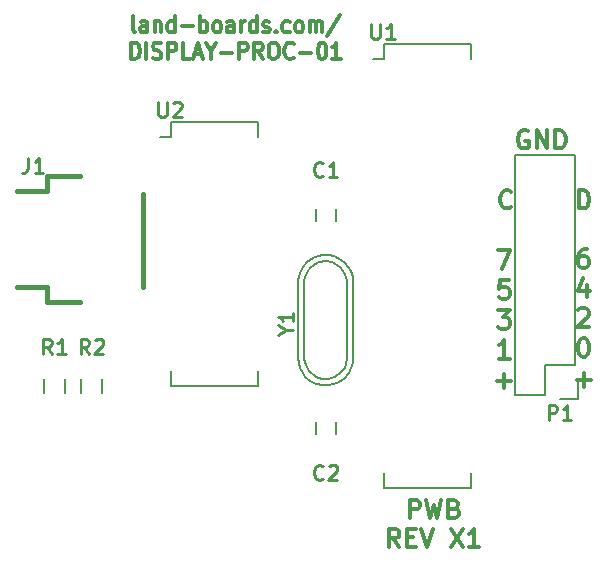
<source format=gto>
G04 #@! TF.FileFunction,Legend,Top*
%FSLAX46Y46*%
G04 Gerber Fmt 4.6, Leading zero omitted, Abs format (unit mm)*
G04 Created by KiCad (PCBNEW (after 2015-mar-04 BZR unknown)-product) date 11/9/2016 1:13:21 PM*
%MOMM*%
G01*
G04 APERTURE LIST*
%ADD10C,0.150000*%
%ADD11C,0.304800*%
%ADD12C,0.381000*%
%ADD13C,0.254000*%
G04 APERTURE END LIST*
D10*
D11*
X202546857Y-99495429D02*
X202546857Y-97971429D01*
X202909714Y-97971429D01*
X203127429Y-98044000D01*
X203272571Y-98189143D01*
X203345143Y-98334286D01*
X203417714Y-98624571D01*
X203417714Y-98842286D01*
X203345143Y-99132571D01*
X203272571Y-99277714D01*
X203127429Y-99422857D01*
X202909714Y-99495429D01*
X202546857Y-99495429D01*
X195685834Y-103042055D02*
X196744167Y-103042055D01*
X196063810Y-104629555D01*
X196592977Y-105569355D02*
X195837024Y-105569355D01*
X195761429Y-106325307D01*
X195837024Y-106249712D01*
X195988215Y-106174117D01*
X196366191Y-106174117D01*
X196517381Y-106249712D01*
X196592977Y-106325307D01*
X196668572Y-106476498D01*
X196668572Y-106854474D01*
X196592977Y-107005664D01*
X196517381Y-107081260D01*
X196366191Y-107156855D01*
X195988215Y-107156855D01*
X195837024Y-107081260D01*
X195761429Y-107005664D01*
X195685834Y-108096655D02*
X196668572Y-108096655D01*
X196139405Y-108701417D01*
X196366191Y-108701417D01*
X196517381Y-108777012D01*
X196592977Y-108852607D01*
X196668572Y-109003798D01*
X196668572Y-109381774D01*
X196592977Y-109532964D01*
X196517381Y-109608560D01*
X196366191Y-109684155D01*
X195912619Y-109684155D01*
X195761429Y-109608560D01*
X195685834Y-109532964D01*
X196668572Y-112211455D02*
X195761429Y-112211455D01*
X196215000Y-112211455D02*
X196215000Y-110623955D01*
X196063810Y-110850740D01*
X195912619Y-111001931D01*
X195761429Y-111077526D01*
X195610238Y-114133993D02*
X196819762Y-114133993D01*
X196215000Y-114738755D02*
X196215000Y-113529231D01*
X203248381Y-102915055D02*
X202946000Y-102915055D01*
X202794810Y-102990650D01*
X202719215Y-103066245D01*
X202568024Y-103293031D01*
X202492429Y-103595412D01*
X202492429Y-104200174D01*
X202568024Y-104351364D01*
X202643619Y-104426960D01*
X202794810Y-104502555D01*
X203097191Y-104502555D01*
X203248381Y-104426960D01*
X203323977Y-104351364D01*
X203399572Y-104200174D01*
X203399572Y-103822198D01*
X203323977Y-103671007D01*
X203248381Y-103595412D01*
X203097191Y-103519817D01*
X202794810Y-103519817D01*
X202643619Y-103595412D01*
X202568024Y-103671007D01*
X202492429Y-103822198D01*
X203248381Y-105971521D02*
X203248381Y-107029855D01*
X202870405Y-105366760D02*
X202492429Y-106500688D01*
X203475167Y-106500688D01*
X202492429Y-108120845D02*
X202568024Y-108045250D01*
X202719215Y-107969655D01*
X203097191Y-107969655D01*
X203248381Y-108045250D01*
X203323977Y-108120845D01*
X203399572Y-108272036D01*
X203399572Y-108423226D01*
X203323977Y-108650012D01*
X202416834Y-109557155D01*
X203399572Y-109557155D01*
X202870405Y-110496955D02*
X203021596Y-110496955D01*
X203172786Y-110572550D01*
X203248381Y-110648145D01*
X203323977Y-110799336D01*
X203399572Y-111101717D01*
X203399572Y-111479693D01*
X203323977Y-111782074D01*
X203248381Y-111933264D01*
X203172786Y-112008860D01*
X203021596Y-112084455D01*
X202870405Y-112084455D01*
X202719215Y-112008860D01*
X202643619Y-111933264D01*
X202568024Y-111782074D01*
X202492429Y-111479693D01*
X202492429Y-111101717D01*
X202568024Y-110799336D01*
X202643619Y-110648145D01*
X202719215Y-110572550D01*
X202870405Y-110496955D01*
X202341238Y-114006993D02*
X203550762Y-114006993D01*
X202946000Y-114611755D02*
X202946000Y-113402231D01*
X196813714Y-99350286D02*
X196741143Y-99422857D01*
X196523429Y-99495429D01*
X196378286Y-99495429D01*
X196160571Y-99422857D01*
X196015429Y-99277714D01*
X195942857Y-99132571D01*
X195870286Y-98842286D01*
X195870286Y-98624571D01*
X195942857Y-98334286D01*
X196015429Y-98189143D01*
X196160571Y-98044000D01*
X196378286Y-97971429D01*
X196523429Y-97971429D01*
X196741143Y-98044000D01*
X196813714Y-98116571D01*
X198228858Y-92964000D02*
X198083715Y-92891429D01*
X197866001Y-92891429D01*
X197648286Y-92964000D01*
X197503144Y-93109143D01*
X197430572Y-93254286D01*
X197358001Y-93544571D01*
X197358001Y-93762286D01*
X197430572Y-94052571D01*
X197503144Y-94197714D01*
X197648286Y-94342857D01*
X197866001Y-94415429D01*
X198011144Y-94415429D01*
X198228858Y-94342857D01*
X198301429Y-94270286D01*
X198301429Y-93762286D01*
X198011144Y-93762286D01*
X198954572Y-94415429D02*
X198954572Y-92891429D01*
X199825429Y-94415429D01*
X199825429Y-92891429D01*
X200551143Y-94415429D02*
X200551143Y-92891429D01*
X200914000Y-92891429D01*
X201131715Y-92964000D01*
X201276857Y-93109143D01*
X201349429Y-93254286D01*
X201422000Y-93544571D01*
X201422000Y-93762286D01*
X201349429Y-94052571D01*
X201276857Y-94197714D01*
X201131715Y-94342857D01*
X200914000Y-94415429D01*
X200551143Y-94415429D01*
X164985095Y-84591676D02*
X164864142Y-84525152D01*
X164803666Y-84392105D01*
X164803666Y-83194676D01*
X166013190Y-84591676D02*
X166013190Y-83859914D01*
X165952713Y-83726867D01*
X165831761Y-83660343D01*
X165589856Y-83660343D01*
X165468904Y-83726867D01*
X166013190Y-84525152D02*
X165892237Y-84591676D01*
X165589856Y-84591676D01*
X165468904Y-84525152D01*
X165408428Y-84392105D01*
X165408428Y-84259057D01*
X165468904Y-84126010D01*
X165589856Y-84059486D01*
X165892237Y-84059486D01*
X166013190Y-83992962D01*
X166617952Y-83660343D02*
X166617952Y-84591676D01*
X166617952Y-83793390D02*
X166678428Y-83726867D01*
X166799381Y-83660343D01*
X166980809Y-83660343D01*
X167101761Y-83726867D01*
X167162238Y-83859914D01*
X167162238Y-84591676D01*
X168311286Y-84591676D02*
X168311286Y-83194676D01*
X168311286Y-84525152D02*
X168190333Y-84591676D01*
X167948429Y-84591676D01*
X167827476Y-84525152D01*
X167767000Y-84458629D01*
X167706524Y-84325581D01*
X167706524Y-83926438D01*
X167767000Y-83793390D01*
X167827476Y-83726867D01*
X167948429Y-83660343D01*
X168190333Y-83660343D01*
X168311286Y-83726867D01*
X168916048Y-84059486D02*
X169883667Y-84059486D01*
X170488429Y-84591676D02*
X170488429Y-83194676D01*
X170488429Y-83726867D02*
X170609381Y-83660343D01*
X170851286Y-83660343D01*
X170972238Y-83726867D01*
X171032715Y-83793390D01*
X171093191Y-83926438D01*
X171093191Y-84325581D01*
X171032715Y-84458629D01*
X170972238Y-84525152D01*
X170851286Y-84591676D01*
X170609381Y-84591676D01*
X170488429Y-84525152D01*
X171818906Y-84591676D02*
X171697953Y-84525152D01*
X171637477Y-84458629D01*
X171577001Y-84325581D01*
X171577001Y-83926438D01*
X171637477Y-83793390D01*
X171697953Y-83726867D01*
X171818906Y-83660343D01*
X172000334Y-83660343D01*
X172121286Y-83726867D01*
X172181763Y-83793390D01*
X172242239Y-83926438D01*
X172242239Y-84325581D01*
X172181763Y-84458629D01*
X172121286Y-84525152D01*
X172000334Y-84591676D01*
X171818906Y-84591676D01*
X173330811Y-84591676D02*
X173330811Y-83859914D01*
X173270334Y-83726867D01*
X173149382Y-83660343D01*
X172907477Y-83660343D01*
X172786525Y-83726867D01*
X173330811Y-84525152D02*
X173209858Y-84591676D01*
X172907477Y-84591676D01*
X172786525Y-84525152D01*
X172726049Y-84392105D01*
X172726049Y-84259057D01*
X172786525Y-84126010D01*
X172907477Y-84059486D01*
X173209858Y-84059486D01*
X173330811Y-83992962D01*
X173935573Y-84591676D02*
X173935573Y-83660343D01*
X173935573Y-83926438D02*
X173996049Y-83793390D01*
X174056525Y-83726867D01*
X174177478Y-83660343D01*
X174298430Y-83660343D01*
X175266049Y-84591676D02*
X175266049Y-83194676D01*
X175266049Y-84525152D02*
X175145096Y-84591676D01*
X174903192Y-84591676D01*
X174782239Y-84525152D01*
X174721763Y-84458629D01*
X174661287Y-84325581D01*
X174661287Y-83926438D01*
X174721763Y-83793390D01*
X174782239Y-83726867D01*
X174903192Y-83660343D01*
X175145096Y-83660343D01*
X175266049Y-83726867D01*
X175810335Y-84525152D02*
X175931287Y-84591676D01*
X176173192Y-84591676D01*
X176294144Y-84525152D01*
X176354620Y-84392105D01*
X176354620Y-84325581D01*
X176294144Y-84192533D01*
X176173192Y-84126010D01*
X175991763Y-84126010D01*
X175870811Y-84059486D01*
X175810335Y-83926438D01*
X175810335Y-83859914D01*
X175870811Y-83726867D01*
X175991763Y-83660343D01*
X176173192Y-83660343D01*
X176294144Y-83726867D01*
X176898906Y-84458629D02*
X176959382Y-84525152D01*
X176898906Y-84591676D01*
X176838430Y-84525152D01*
X176898906Y-84458629D01*
X176898906Y-84591676D01*
X178047954Y-84525152D02*
X177927001Y-84591676D01*
X177685097Y-84591676D01*
X177564144Y-84525152D01*
X177503668Y-84458629D01*
X177443192Y-84325581D01*
X177443192Y-83926438D01*
X177503668Y-83793390D01*
X177564144Y-83726867D01*
X177685097Y-83660343D01*
X177927001Y-83660343D01*
X178047954Y-83726867D01*
X178773668Y-84591676D02*
X178652715Y-84525152D01*
X178592239Y-84458629D01*
X178531763Y-84325581D01*
X178531763Y-83926438D01*
X178592239Y-83793390D01*
X178652715Y-83726867D01*
X178773668Y-83660343D01*
X178955096Y-83660343D01*
X179076048Y-83726867D01*
X179136525Y-83793390D01*
X179197001Y-83926438D01*
X179197001Y-84325581D01*
X179136525Y-84458629D01*
X179076048Y-84525152D01*
X178955096Y-84591676D01*
X178773668Y-84591676D01*
X179741287Y-84591676D02*
X179741287Y-83660343D01*
X179741287Y-83793390D02*
X179801763Y-83726867D01*
X179922716Y-83660343D01*
X180104144Y-83660343D01*
X180225096Y-83726867D01*
X180285573Y-83859914D01*
X180285573Y-84591676D01*
X180285573Y-83859914D02*
X180346049Y-83726867D01*
X180467001Y-83660343D01*
X180648430Y-83660343D01*
X180769382Y-83726867D01*
X180829858Y-83859914D01*
X180829858Y-84591676D01*
X182341763Y-83128152D02*
X181253191Y-84924295D01*
X164652477Y-86852276D02*
X164652477Y-85455276D01*
X164954858Y-85455276D01*
X165136286Y-85521800D01*
X165257239Y-85654848D01*
X165317715Y-85787895D01*
X165378191Y-86053990D01*
X165378191Y-86253562D01*
X165317715Y-86519657D01*
X165257239Y-86652705D01*
X165136286Y-86785752D01*
X164954858Y-86852276D01*
X164652477Y-86852276D01*
X165922477Y-86852276D02*
X165922477Y-85455276D01*
X166466763Y-86785752D02*
X166648191Y-86852276D01*
X166950572Y-86852276D01*
X167071525Y-86785752D01*
X167132001Y-86719229D01*
X167192477Y-86586181D01*
X167192477Y-86453133D01*
X167132001Y-86320086D01*
X167071525Y-86253562D01*
X166950572Y-86187038D01*
X166708668Y-86120514D01*
X166587715Y-86053990D01*
X166527239Y-85987467D01*
X166466763Y-85854419D01*
X166466763Y-85721371D01*
X166527239Y-85588324D01*
X166587715Y-85521800D01*
X166708668Y-85455276D01*
X167011048Y-85455276D01*
X167192477Y-85521800D01*
X167736763Y-86852276D02*
X167736763Y-85455276D01*
X168220572Y-85455276D01*
X168341525Y-85521800D01*
X168402001Y-85588324D01*
X168462477Y-85721371D01*
X168462477Y-85920943D01*
X168402001Y-86053990D01*
X168341525Y-86120514D01*
X168220572Y-86187038D01*
X167736763Y-86187038D01*
X169611525Y-86852276D02*
X169006763Y-86852276D01*
X169006763Y-85455276D01*
X169974382Y-86453133D02*
X170579144Y-86453133D01*
X169853429Y-86852276D02*
X170276763Y-85455276D01*
X170700096Y-86852276D01*
X171365334Y-86187038D02*
X171365334Y-86852276D01*
X170942000Y-85455276D02*
X171365334Y-86187038D01*
X171788667Y-85455276D01*
X172212000Y-86320086D02*
X173179619Y-86320086D01*
X173784381Y-86852276D02*
X173784381Y-85455276D01*
X174268190Y-85455276D01*
X174389143Y-85521800D01*
X174449619Y-85588324D01*
X174510095Y-85721371D01*
X174510095Y-85920943D01*
X174449619Y-86053990D01*
X174389143Y-86120514D01*
X174268190Y-86187038D01*
X173784381Y-86187038D01*
X175780095Y-86852276D02*
X175356762Y-86187038D01*
X175054381Y-86852276D02*
X175054381Y-85455276D01*
X175538190Y-85455276D01*
X175659143Y-85521800D01*
X175719619Y-85588324D01*
X175780095Y-85721371D01*
X175780095Y-85920943D01*
X175719619Y-86053990D01*
X175659143Y-86120514D01*
X175538190Y-86187038D01*
X175054381Y-86187038D01*
X176566286Y-85455276D02*
X176808190Y-85455276D01*
X176929143Y-85521800D01*
X177050095Y-85654848D01*
X177110571Y-85920943D01*
X177110571Y-86386610D01*
X177050095Y-86652705D01*
X176929143Y-86785752D01*
X176808190Y-86852276D01*
X176566286Y-86852276D01*
X176445333Y-86785752D01*
X176324381Y-86652705D01*
X176263905Y-86386610D01*
X176263905Y-85920943D01*
X176324381Y-85654848D01*
X176445333Y-85521800D01*
X176566286Y-85455276D01*
X178380571Y-86719229D02*
X178320095Y-86785752D01*
X178138666Y-86852276D01*
X178017714Y-86852276D01*
X177836286Y-86785752D01*
X177715333Y-86652705D01*
X177654857Y-86519657D01*
X177594381Y-86253562D01*
X177594381Y-86053990D01*
X177654857Y-85787895D01*
X177715333Y-85654848D01*
X177836286Y-85521800D01*
X178017714Y-85455276D01*
X178138666Y-85455276D01*
X178320095Y-85521800D01*
X178380571Y-85588324D01*
X178924857Y-86320086D02*
X179892476Y-86320086D01*
X180739143Y-85455276D02*
X180860095Y-85455276D01*
X180981047Y-85521800D01*
X181041524Y-85588324D01*
X181102000Y-85721371D01*
X181162476Y-85987467D01*
X181162476Y-86320086D01*
X181102000Y-86586181D01*
X181041524Y-86719229D01*
X180981047Y-86785752D01*
X180860095Y-86852276D01*
X180739143Y-86852276D01*
X180618190Y-86785752D01*
X180557714Y-86719229D01*
X180497238Y-86586181D01*
X180436762Y-86320086D01*
X180436762Y-85987467D01*
X180497238Y-85721371D01*
X180557714Y-85588324D01*
X180618190Y-85521800D01*
X180739143Y-85455276D01*
X182372000Y-86852276D02*
X181646286Y-86852276D01*
X182009143Y-86852276D02*
X182009143Y-85455276D01*
X181888191Y-85654848D01*
X181767238Y-85787895D01*
X181646286Y-85854419D01*
X188214000Y-125708229D02*
X188214000Y-124184229D01*
X188794572Y-124184229D01*
X188939714Y-124256800D01*
X189012286Y-124329371D01*
X189084857Y-124474514D01*
X189084857Y-124692229D01*
X189012286Y-124837371D01*
X188939714Y-124909943D01*
X188794572Y-124982514D01*
X188214000Y-124982514D01*
X189592857Y-124184229D02*
X189955714Y-125708229D01*
X190246000Y-124619657D01*
X190536286Y-125708229D01*
X190899143Y-124184229D01*
X191987714Y-124909943D02*
X192205428Y-124982514D01*
X192278000Y-125055086D01*
X192350571Y-125200229D01*
X192350571Y-125417943D01*
X192278000Y-125563086D01*
X192205428Y-125635657D01*
X192060286Y-125708229D01*
X191479714Y-125708229D01*
X191479714Y-124184229D01*
X191987714Y-124184229D01*
X192132857Y-124256800D01*
X192205428Y-124329371D01*
X192278000Y-124474514D01*
X192278000Y-124619657D01*
X192205428Y-124764800D01*
X192132857Y-124837371D01*
X191987714Y-124909943D01*
X191479714Y-124909943D01*
X187343142Y-128146629D02*
X186835142Y-127420914D01*
X186472285Y-128146629D02*
X186472285Y-126622629D01*
X187052857Y-126622629D01*
X187197999Y-126695200D01*
X187270571Y-126767771D01*
X187343142Y-126912914D01*
X187343142Y-127130629D01*
X187270571Y-127275771D01*
X187197999Y-127348343D01*
X187052857Y-127420914D01*
X186472285Y-127420914D01*
X187996285Y-127348343D02*
X188504285Y-127348343D01*
X188721999Y-128146629D02*
X187996285Y-128146629D01*
X187996285Y-126622629D01*
X188721999Y-126622629D01*
X189157428Y-126622629D02*
X189665428Y-128146629D01*
X190173428Y-126622629D01*
X191697428Y-126622629D02*
X192713428Y-128146629D01*
X192713428Y-126622629D02*
X191697428Y-128146629D01*
X194092286Y-128146629D02*
X193221429Y-128146629D01*
X193656857Y-128146629D02*
X193656857Y-126622629D01*
X193511714Y-126840343D01*
X193366572Y-126985486D01*
X193221429Y-127058057D01*
D10*
X180252000Y-99576000D02*
X180252000Y-100576000D01*
X181952000Y-100576000D02*
X181952000Y-99576000D01*
X181952000Y-118610000D02*
X181952000Y-117610000D01*
X180252000Y-117610000D02*
X180252000Y-118610000D01*
X197104000Y-94996000D02*
X197104000Y-115316000D01*
X202184000Y-112776000D02*
X202184000Y-94996000D01*
X197104000Y-94996000D02*
X202184000Y-94996000D01*
X197104000Y-115316000D02*
X199644000Y-115316000D01*
X200914000Y-115596000D02*
X202464000Y-115596000D01*
X199644000Y-115316000D02*
X199644000Y-112776000D01*
X199644000Y-112776000D02*
X202184000Y-112776000D01*
X202464000Y-115596000D02*
X202464000Y-114046000D01*
X157240000Y-115154000D02*
X157240000Y-113954000D01*
X158990000Y-113954000D02*
X158990000Y-115154000D01*
X160415000Y-115154000D02*
X160415000Y-113954000D01*
X162165000Y-113954000D02*
X162165000Y-115154000D01*
X186063000Y-85589000D02*
X186063000Y-86859000D01*
X193413000Y-85589000D02*
X193413000Y-86859000D01*
X193413000Y-123199000D02*
X193413000Y-121929000D01*
X186063000Y-123199000D02*
X186063000Y-121929000D01*
X186063000Y-85589000D02*
X193413000Y-85589000D01*
X186063000Y-123199000D02*
X193413000Y-123199000D01*
X186063000Y-86859000D02*
X185128000Y-86859000D01*
X168029000Y-92193000D02*
X168029000Y-93463000D01*
X175379000Y-92193000D02*
X175379000Y-93463000D01*
X175379000Y-114563000D02*
X175379000Y-113293000D01*
X168029000Y-114563000D02*
X168029000Y-113293000D01*
X168029000Y-92193000D02*
X175379000Y-92193000D01*
X168029000Y-114563000D02*
X175379000Y-114563000D01*
X168029000Y-93463000D02*
X167094000Y-93463000D01*
X180101240Y-104267000D02*
X180502560Y-104066340D01*
X180502560Y-104066340D02*
X181102000Y-103964740D01*
X181102000Y-103964740D02*
X181602380Y-104066340D01*
X181602380Y-104066340D02*
X182300880Y-104465120D01*
X182300880Y-104465120D02*
X182702200Y-105067100D01*
X182702200Y-105067100D02*
X182902860Y-105666540D01*
X182902860Y-105666540D02*
X182902860Y-112265460D01*
X182902860Y-112265460D02*
X182702200Y-112966500D01*
X182702200Y-112966500D02*
X182402480Y-113365280D01*
X182402480Y-113365280D02*
X181902100Y-113766600D01*
X181902100Y-113766600D02*
X181302660Y-113967260D01*
X181302660Y-113967260D02*
X180802280Y-113967260D01*
X180802280Y-113967260D02*
X180301900Y-113766600D01*
X180301900Y-113766600D02*
X179702460Y-113266220D01*
X179702460Y-113266220D02*
X179402740Y-112765840D01*
X179402740Y-112765840D02*
X179301140Y-112265460D01*
X179301140Y-112166400D02*
X179301140Y-105564940D01*
X179301140Y-105564940D02*
X179402740Y-105166160D01*
X179402740Y-105166160D02*
X179702460Y-104665780D01*
X179702460Y-104665780D02*
X180202840Y-104165400D01*
X178772820Y-112156240D02*
X178821080Y-112615980D01*
X178821080Y-112615980D02*
X178932840Y-113014760D01*
X178932840Y-113014760D02*
X179151280Y-113446560D01*
X179151280Y-113446560D02*
X179382420Y-113736120D01*
X179382420Y-113736120D02*
X179732940Y-114066320D01*
X179732940Y-114066320D02*
X180271420Y-114355880D01*
X180271420Y-114355880D02*
X180870860Y-114485420D01*
X180870860Y-114485420D02*
X181381400Y-114485420D01*
X181381400Y-114485420D02*
X182082440Y-114315240D01*
X182082440Y-114315240D02*
X182671720Y-113916460D01*
X182671720Y-113916460D02*
X183042560Y-113456720D01*
X183042560Y-113456720D02*
X183250840Y-113035080D01*
X183250840Y-113035080D02*
X183410860Y-112585500D01*
X183410860Y-112585500D02*
X183441340Y-112146080D01*
X183222900Y-104805480D02*
X183001920Y-104427020D01*
X183001920Y-104427020D02*
X182722520Y-104106980D01*
X182722520Y-104106980D02*
X182392320Y-103855520D01*
X182392320Y-103855520D02*
X181841140Y-103555800D01*
X181841140Y-103555800D02*
X181371240Y-103446580D01*
X181371240Y-103446580D02*
X180911500Y-103426260D01*
X180911500Y-103426260D02*
X180451760Y-103515160D01*
X180451760Y-103515160D02*
X180002180Y-103705660D01*
X180002180Y-103705660D02*
X179532280Y-104066340D01*
X179532280Y-104066340D02*
X179212240Y-104416860D01*
X179212240Y-104416860D02*
X178981100Y-104805480D01*
X178981100Y-104805480D02*
X178841400Y-105234740D01*
X178841400Y-105234740D02*
X178772820Y-105676700D01*
X183431180Y-112166400D02*
X183431180Y-105714800D01*
X183431180Y-105714800D02*
X183393080Y-105295700D01*
X183393080Y-105295700D02*
X183222900Y-104805480D01*
X178772820Y-112166400D02*
X178772820Y-105714800D01*
D12*
X165608000Y-105918000D02*
X165608000Y-106172000D01*
X165608000Y-99568000D02*
X165608000Y-98298000D01*
X160274000Y-96774000D02*
X157480000Y-96774000D01*
X157480000Y-96774000D02*
X157480000Y-98044000D01*
X157480000Y-98044000D02*
X154940000Y-98044000D01*
X160274000Y-107442000D02*
X157480000Y-107442000D01*
X157480000Y-107442000D02*
X157480000Y-106172000D01*
X157480000Y-106172000D02*
X154940000Y-106172000D01*
X165608000Y-105918000D02*
X165608000Y-99568000D01*
D13*
X180890333Y-96719571D02*
X180829857Y-96780048D01*
X180648428Y-96840524D01*
X180527476Y-96840524D01*
X180346048Y-96780048D01*
X180225095Y-96659095D01*
X180164619Y-96538143D01*
X180104143Y-96296238D01*
X180104143Y-96114810D01*
X180164619Y-95872905D01*
X180225095Y-95751952D01*
X180346048Y-95631000D01*
X180527476Y-95570524D01*
X180648428Y-95570524D01*
X180829857Y-95631000D01*
X180890333Y-95691476D01*
X182099857Y-96840524D02*
X181374143Y-96840524D01*
X181737000Y-96840524D02*
X181737000Y-95570524D01*
X181616048Y-95751952D01*
X181495095Y-95872905D01*
X181374143Y-95933381D01*
X180890333Y-122373571D02*
X180829857Y-122434048D01*
X180648428Y-122494524D01*
X180527476Y-122494524D01*
X180346048Y-122434048D01*
X180225095Y-122313095D01*
X180164619Y-122192143D01*
X180104143Y-121950238D01*
X180104143Y-121768810D01*
X180164619Y-121526905D01*
X180225095Y-121405952D01*
X180346048Y-121285000D01*
X180527476Y-121224524D01*
X180648428Y-121224524D01*
X180829857Y-121285000D01*
X180890333Y-121345476D01*
X181374143Y-121345476D02*
X181434619Y-121285000D01*
X181555571Y-121224524D01*
X181857952Y-121224524D01*
X181978905Y-121285000D01*
X182039381Y-121345476D01*
X182099857Y-121466429D01*
X182099857Y-121587381D01*
X182039381Y-121768810D01*
X181313667Y-122494524D01*
X182099857Y-122494524D01*
X199976619Y-117414524D02*
X199976619Y-116144524D01*
X200460428Y-116144524D01*
X200581381Y-116205000D01*
X200641857Y-116265476D01*
X200702333Y-116386429D01*
X200702333Y-116567857D01*
X200641857Y-116688810D01*
X200581381Y-116749286D01*
X200460428Y-116809762D01*
X199976619Y-116809762D01*
X201911857Y-117414524D02*
X201186143Y-117414524D01*
X201549000Y-117414524D02*
X201549000Y-116144524D01*
X201428048Y-116325952D01*
X201307095Y-116446905D01*
X201186143Y-116507381D01*
X157903333Y-111826524D02*
X157480000Y-111221762D01*
X157177619Y-111826524D02*
X157177619Y-110556524D01*
X157661428Y-110556524D01*
X157782381Y-110617000D01*
X157842857Y-110677476D01*
X157903333Y-110798429D01*
X157903333Y-110979857D01*
X157842857Y-111100810D01*
X157782381Y-111161286D01*
X157661428Y-111221762D01*
X157177619Y-111221762D01*
X159112857Y-111826524D02*
X158387143Y-111826524D01*
X158750000Y-111826524D02*
X158750000Y-110556524D01*
X158629048Y-110737952D01*
X158508095Y-110858905D01*
X158387143Y-110919381D01*
X161078333Y-111826524D02*
X160655000Y-111221762D01*
X160352619Y-111826524D02*
X160352619Y-110556524D01*
X160836428Y-110556524D01*
X160957381Y-110617000D01*
X161017857Y-110677476D01*
X161078333Y-110798429D01*
X161078333Y-110979857D01*
X161017857Y-111100810D01*
X160957381Y-111161286D01*
X160836428Y-111221762D01*
X160352619Y-111221762D01*
X161562143Y-110677476D02*
X161622619Y-110617000D01*
X161743571Y-110556524D01*
X162045952Y-110556524D01*
X162166905Y-110617000D01*
X162227381Y-110677476D01*
X162287857Y-110798429D01*
X162287857Y-110919381D01*
X162227381Y-111100810D01*
X161501667Y-111826524D01*
X162287857Y-111826524D01*
X184960381Y-83886524D02*
X184960381Y-84914619D01*
X185020857Y-85035571D01*
X185081333Y-85096048D01*
X185202286Y-85156524D01*
X185444190Y-85156524D01*
X185565143Y-85096048D01*
X185625619Y-85035571D01*
X185686095Y-84914619D01*
X185686095Y-83886524D01*
X186956095Y-85156524D02*
X186230381Y-85156524D01*
X186593238Y-85156524D02*
X186593238Y-83886524D01*
X186472286Y-84067952D01*
X186351333Y-84188905D01*
X186230381Y-84249381D01*
X166926381Y-90490524D02*
X166926381Y-91518619D01*
X166986857Y-91639571D01*
X167047333Y-91700048D01*
X167168286Y-91760524D01*
X167410190Y-91760524D01*
X167531143Y-91700048D01*
X167591619Y-91639571D01*
X167652095Y-91518619D01*
X167652095Y-90490524D01*
X168196381Y-90611476D02*
X168256857Y-90551000D01*
X168377809Y-90490524D01*
X168680190Y-90490524D01*
X168801143Y-90551000D01*
X168861619Y-90611476D01*
X168922095Y-90732429D01*
X168922095Y-90853381D01*
X168861619Y-91034810D01*
X168135905Y-91760524D01*
X168922095Y-91760524D01*
X177769762Y-109824761D02*
X178374524Y-109824761D01*
X177104524Y-110248095D02*
X177769762Y-109824761D01*
X177104524Y-109401428D01*
X178374524Y-108312857D02*
X178374524Y-109038571D01*
X178374524Y-108675714D02*
X177104524Y-108675714D01*
X177285952Y-108796666D01*
X177406905Y-108917619D01*
X177467381Y-109038571D01*
X155913667Y-95189524D02*
X155913667Y-96096667D01*
X155853191Y-96278095D01*
X155732239Y-96399048D01*
X155550810Y-96459524D01*
X155429858Y-96459524D01*
X157183667Y-96459524D02*
X156457953Y-96459524D01*
X156820810Y-96459524D02*
X156820810Y-95189524D01*
X156699858Y-95370952D01*
X156578905Y-95491905D01*
X156457953Y-95552381D01*
M02*

</source>
